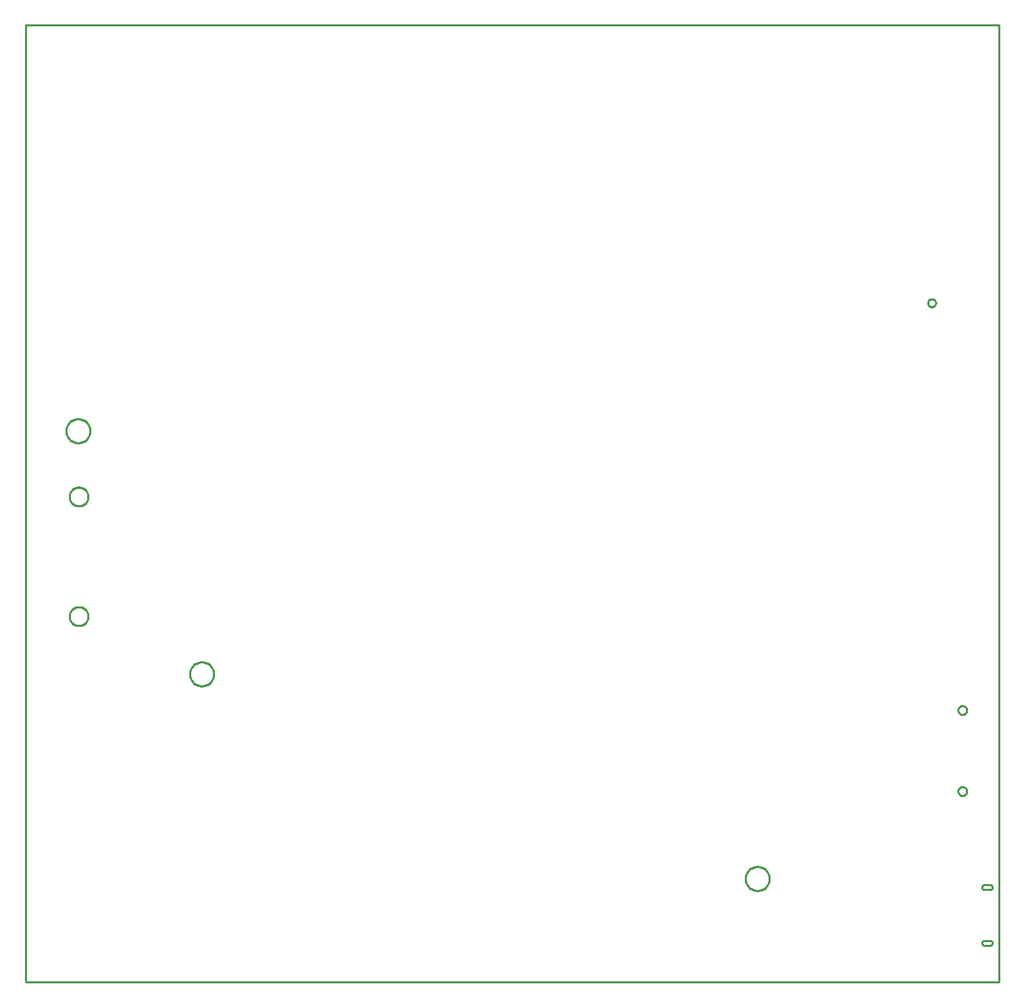
<source format=gbr>
G04 EAGLE Gerber RS-274X export*
G75*
%MOIN*%
%FSLAX34Y34*%
%LPD*%
%IN*%
%IPPOS*%
%AMOC8*
5,1,8,0,0,1.08239X$1,22.5*%
G01*
%ADD10C,0.000000*%
%ADD11C,0.010000*%


D10*
X0Y0D02*
X48000Y0D01*
X48000Y47244D01*
X0Y47244D01*
X0Y0D01*
X45996Y13414D02*
X45998Y13443D01*
X46004Y13471D01*
X46013Y13499D01*
X46026Y13525D01*
X46043Y13548D01*
X46062Y13570D01*
X46084Y13589D01*
X46109Y13604D01*
X46135Y13617D01*
X46163Y13625D01*
X46191Y13630D01*
X46220Y13631D01*
X46249Y13628D01*
X46277Y13621D01*
X46304Y13611D01*
X46330Y13597D01*
X46353Y13580D01*
X46374Y13560D01*
X46392Y13537D01*
X46407Y13512D01*
X46418Y13485D01*
X46426Y13457D01*
X46430Y13428D01*
X46430Y13400D01*
X46426Y13371D01*
X46418Y13343D01*
X46407Y13316D01*
X46392Y13291D01*
X46374Y13268D01*
X46353Y13248D01*
X46330Y13231D01*
X46304Y13217D01*
X46277Y13207D01*
X46249Y13200D01*
X46220Y13197D01*
X46191Y13198D01*
X46163Y13203D01*
X46135Y13211D01*
X46109Y13224D01*
X46084Y13239D01*
X46062Y13258D01*
X46043Y13280D01*
X46026Y13303D01*
X46013Y13329D01*
X46004Y13357D01*
X45998Y13385D01*
X45996Y13414D01*
X45996Y9414D02*
X45998Y9443D01*
X46004Y9471D01*
X46013Y9499D01*
X46026Y9525D01*
X46043Y9548D01*
X46062Y9570D01*
X46084Y9589D01*
X46109Y9604D01*
X46135Y9617D01*
X46163Y9625D01*
X46191Y9630D01*
X46220Y9631D01*
X46249Y9628D01*
X46277Y9621D01*
X46304Y9611D01*
X46330Y9597D01*
X46353Y9580D01*
X46374Y9560D01*
X46392Y9537D01*
X46407Y9512D01*
X46418Y9485D01*
X46426Y9457D01*
X46430Y9428D01*
X46430Y9400D01*
X46426Y9371D01*
X46418Y9343D01*
X46407Y9316D01*
X46392Y9291D01*
X46374Y9268D01*
X46353Y9248D01*
X46330Y9231D01*
X46304Y9217D01*
X46277Y9207D01*
X46249Y9200D01*
X46220Y9197D01*
X46191Y9198D01*
X46163Y9203D01*
X46135Y9211D01*
X46109Y9224D01*
X46084Y9239D01*
X46062Y9258D01*
X46043Y9280D01*
X46026Y9303D01*
X46013Y9329D01*
X46004Y9357D01*
X45998Y9385D01*
X45996Y9414D01*
X44498Y33515D02*
X44500Y33543D01*
X44506Y33570D01*
X44515Y33597D01*
X44529Y33622D01*
X44545Y33644D01*
X44565Y33664D01*
X44587Y33682D01*
X44611Y33696D01*
X44637Y33706D01*
X44664Y33713D01*
X44692Y33716D01*
X44720Y33715D01*
X44748Y33710D01*
X44774Y33701D01*
X44799Y33689D01*
X44823Y33673D01*
X44844Y33655D01*
X44862Y33633D01*
X44876Y33609D01*
X44888Y33584D01*
X44896Y33557D01*
X44900Y33529D01*
X44900Y33501D01*
X44896Y33473D01*
X44888Y33446D01*
X44876Y33421D01*
X44862Y33397D01*
X44844Y33375D01*
X44823Y33357D01*
X44800Y33341D01*
X44774Y33329D01*
X44748Y33320D01*
X44720Y33315D01*
X44692Y33314D01*
X44664Y33317D01*
X44637Y33324D01*
X44611Y33334D01*
X44587Y33348D01*
X44565Y33366D01*
X44545Y33386D01*
X44529Y33408D01*
X44515Y33433D01*
X44506Y33460D01*
X44500Y33487D01*
X44498Y33515D01*
X2168Y23953D02*
X2170Y23996D01*
X2176Y24038D01*
X2186Y24080D01*
X2199Y24121D01*
X2217Y24160D01*
X2238Y24198D01*
X2262Y24233D01*
X2289Y24266D01*
X2320Y24297D01*
X2353Y24324D01*
X2388Y24348D01*
X2426Y24369D01*
X2465Y24387D01*
X2506Y24400D01*
X2548Y24410D01*
X2590Y24416D01*
X2633Y24418D01*
X2676Y24416D01*
X2718Y24410D01*
X2760Y24400D01*
X2801Y24387D01*
X2840Y24369D01*
X2878Y24348D01*
X2913Y24324D01*
X2946Y24297D01*
X2977Y24266D01*
X3004Y24233D01*
X3028Y24198D01*
X3049Y24160D01*
X3067Y24121D01*
X3080Y24080D01*
X3090Y24038D01*
X3096Y23996D01*
X3098Y23953D01*
X3096Y23910D01*
X3090Y23868D01*
X3080Y23826D01*
X3067Y23785D01*
X3049Y23746D01*
X3028Y23708D01*
X3004Y23673D01*
X2977Y23640D01*
X2946Y23609D01*
X2913Y23582D01*
X2878Y23558D01*
X2840Y23537D01*
X2801Y23519D01*
X2760Y23506D01*
X2718Y23496D01*
X2676Y23490D01*
X2633Y23488D01*
X2590Y23490D01*
X2548Y23496D01*
X2506Y23506D01*
X2465Y23519D01*
X2426Y23537D01*
X2388Y23558D01*
X2353Y23582D01*
X2320Y23609D01*
X2289Y23640D01*
X2262Y23673D01*
X2238Y23708D01*
X2217Y23746D01*
X2199Y23785D01*
X2186Y23826D01*
X2176Y23868D01*
X2170Y23910D01*
X2168Y23953D01*
X2168Y18047D02*
X2170Y18090D01*
X2176Y18132D01*
X2186Y18174D01*
X2199Y18215D01*
X2217Y18254D01*
X2238Y18292D01*
X2262Y18327D01*
X2289Y18360D01*
X2320Y18391D01*
X2353Y18418D01*
X2388Y18442D01*
X2426Y18463D01*
X2465Y18481D01*
X2506Y18494D01*
X2548Y18504D01*
X2590Y18510D01*
X2633Y18512D01*
X2676Y18510D01*
X2718Y18504D01*
X2760Y18494D01*
X2801Y18481D01*
X2840Y18463D01*
X2878Y18442D01*
X2913Y18418D01*
X2946Y18391D01*
X2977Y18360D01*
X3004Y18327D01*
X3028Y18292D01*
X3049Y18254D01*
X3067Y18215D01*
X3080Y18174D01*
X3090Y18132D01*
X3096Y18090D01*
X3098Y18047D01*
X3096Y18004D01*
X3090Y17962D01*
X3080Y17920D01*
X3067Y17879D01*
X3049Y17840D01*
X3028Y17802D01*
X3004Y17767D01*
X2977Y17734D01*
X2946Y17703D01*
X2913Y17676D01*
X2878Y17652D01*
X2840Y17631D01*
X2801Y17613D01*
X2760Y17600D01*
X2718Y17590D01*
X2676Y17584D01*
X2633Y17582D01*
X2590Y17584D01*
X2548Y17590D01*
X2506Y17600D01*
X2465Y17613D01*
X2426Y17631D01*
X2388Y17652D01*
X2353Y17676D01*
X2320Y17703D01*
X2289Y17734D01*
X2262Y17767D01*
X2238Y17802D01*
X2217Y17840D01*
X2199Y17879D01*
X2186Y17920D01*
X2176Y17962D01*
X2170Y18004D01*
X2168Y18047D01*
X35509Y5100D02*
X35511Y5148D01*
X35517Y5196D01*
X35527Y5243D01*
X35540Y5289D01*
X35558Y5334D01*
X35578Y5378D01*
X35603Y5420D01*
X35631Y5459D01*
X35661Y5496D01*
X35695Y5530D01*
X35732Y5562D01*
X35770Y5591D01*
X35811Y5616D01*
X35854Y5638D01*
X35899Y5656D01*
X35945Y5670D01*
X35992Y5681D01*
X36040Y5688D01*
X36088Y5691D01*
X36136Y5690D01*
X36184Y5685D01*
X36232Y5676D01*
X36278Y5664D01*
X36323Y5647D01*
X36367Y5627D01*
X36409Y5604D01*
X36449Y5577D01*
X36487Y5547D01*
X36522Y5514D01*
X36554Y5478D01*
X36584Y5440D01*
X36610Y5399D01*
X36632Y5356D01*
X36652Y5312D01*
X36667Y5267D01*
X36679Y5220D01*
X36687Y5172D01*
X36691Y5124D01*
X36691Y5076D01*
X36687Y5028D01*
X36679Y4980D01*
X36667Y4933D01*
X36652Y4888D01*
X36632Y4844D01*
X36610Y4801D01*
X36584Y4760D01*
X36554Y4722D01*
X36522Y4686D01*
X36487Y4653D01*
X36449Y4623D01*
X36409Y4596D01*
X36367Y4573D01*
X36323Y4553D01*
X36278Y4536D01*
X36232Y4524D01*
X36184Y4515D01*
X36136Y4510D01*
X36088Y4509D01*
X36040Y4512D01*
X35992Y4519D01*
X35945Y4530D01*
X35899Y4544D01*
X35854Y4562D01*
X35811Y4584D01*
X35770Y4609D01*
X35732Y4638D01*
X35695Y4670D01*
X35661Y4704D01*
X35631Y4741D01*
X35603Y4780D01*
X35578Y4822D01*
X35558Y4866D01*
X35540Y4911D01*
X35527Y4957D01*
X35517Y5004D01*
X35511Y5052D01*
X35509Y5100D01*
X2009Y27200D02*
X2011Y27248D01*
X2017Y27296D01*
X2027Y27343D01*
X2040Y27389D01*
X2058Y27434D01*
X2078Y27478D01*
X2103Y27520D01*
X2131Y27559D01*
X2161Y27596D01*
X2195Y27630D01*
X2232Y27662D01*
X2270Y27691D01*
X2311Y27716D01*
X2354Y27738D01*
X2399Y27756D01*
X2445Y27770D01*
X2492Y27781D01*
X2540Y27788D01*
X2588Y27791D01*
X2636Y27790D01*
X2684Y27785D01*
X2732Y27776D01*
X2778Y27764D01*
X2823Y27747D01*
X2867Y27727D01*
X2909Y27704D01*
X2949Y27677D01*
X2987Y27647D01*
X3022Y27614D01*
X3054Y27578D01*
X3084Y27540D01*
X3110Y27499D01*
X3132Y27456D01*
X3152Y27412D01*
X3167Y27367D01*
X3179Y27320D01*
X3187Y27272D01*
X3191Y27224D01*
X3191Y27176D01*
X3187Y27128D01*
X3179Y27080D01*
X3167Y27033D01*
X3152Y26988D01*
X3132Y26944D01*
X3110Y26901D01*
X3084Y26860D01*
X3054Y26822D01*
X3022Y26786D01*
X2987Y26753D01*
X2949Y26723D01*
X2909Y26696D01*
X2867Y26673D01*
X2823Y26653D01*
X2778Y26636D01*
X2732Y26624D01*
X2684Y26615D01*
X2636Y26610D01*
X2588Y26609D01*
X2540Y26612D01*
X2492Y26619D01*
X2445Y26630D01*
X2399Y26644D01*
X2354Y26662D01*
X2311Y26684D01*
X2270Y26709D01*
X2232Y26738D01*
X2195Y26770D01*
X2161Y26804D01*
X2131Y26841D01*
X2103Y26880D01*
X2078Y26922D01*
X2058Y26966D01*
X2040Y27011D01*
X2027Y27057D01*
X2017Y27104D01*
X2011Y27152D01*
X2009Y27200D01*
X8109Y15200D02*
X8111Y15248D01*
X8117Y15296D01*
X8127Y15343D01*
X8140Y15389D01*
X8158Y15434D01*
X8178Y15478D01*
X8203Y15520D01*
X8231Y15559D01*
X8261Y15596D01*
X8295Y15630D01*
X8332Y15662D01*
X8370Y15691D01*
X8411Y15716D01*
X8454Y15738D01*
X8499Y15756D01*
X8545Y15770D01*
X8592Y15781D01*
X8640Y15788D01*
X8688Y15791D01*
X8736Y15790D01*
X8784Y15785D01*
X8832Y15776D01*
X8878Y15764D01*
X8923Y15747D01*
X8967Y15727D01*
X9009Y15704D01*
X9049Y15677D01*
X9087Y15647D01*
X9122Y15614D01*
X9154Y15578D01*
X9184Y15540D01*
X9210Y15499D01*
X9232Y15456D01*
X9252Y15412D01*
X9267Y15367D01*
X9279Y15320D01*
X9287Y15272D01*
X9291Y15224D01*
X9291Y15176D01*
X9287Y15128D01*
X9279Y15080D01*
X9267Y15033D01*
X9252Y14988D01*
X9232Y14944D01*
X9210Y14901D01*
X9184Y14860D01*
X9154Y14822D01*
X9122Y14786D01*
X9087Y14753D01*
X9049Y14723D01*
X9009Y14696D01*
X8967Y14673D01*
X8923Y14653D01*
X8878Y14636D01*
X8832Y14624D01*
X8784Y14615D01*
X8736Y14610D01*
X8688Y14609D01*
X8640Y14612D01*
X8592Y14619D01*
X8545Y14630D01*
X8499Y14644D01*
X8454Y14662D01*
X8411Y14684D01*
X8370Y14709D01*
X8332Y14738D01*
X8295Y14770D01*
X8261Y14804D01*
X8231Y14841D01*
X8203Y14880D01*
X8178Y14922D01*
X8158Y14966D01*
X8140Y15011D01*
X8127Y15057D01*
X8117Y15104D01*
X8111Y15152D01*
X8109Y15200D01*
D11*
X0Y0D02*
X48000Y0D01*
X48000Y47244D01*
X0Y47244D01*
X0Y0D01*
X47173Y4678D02*
X47174Y4668D01*
X47175Y4657D01*
X47177Y4647D01*
X47180Y4638D01*
X47184Y4628D01*
X47189Y4619D01*
X47195Y4610D01*
X47201Y4602D01*
X47208Y4594D01*
X47215Y4587D01*
X47224Y4581D01*
X47232Y4576D01*
X47241Y4571D01*
X47251Y4567D01*
X47261Y4564D01*
X47271Y4562D01*
X47281Y4560D01*
X47291Y4560D01*
X47567Y4560D01*
X47577Y4560D01*
X47587Y4562D01*
X47597Y4564D01*
X47607Y4567D01*
X47617Y4571D01*
X47626Y4576D01*
X47635Y4581D01*
X47643Y4587D01*
X47650Y4594D01*
X47657Y4602D01*
X47664Y4610D01*
X47669Y4619D01*
X47674Y4628D01*
X47678Y4638D01*
X47681Y4647D01*
X47683Y4657D01*
X47685Y4668D01*
X47685Y4678D01*
X47685Y4688D01*
X47683Y4698D01*
X47681Y4709D01*
X47678Y4718D01*
X47674Y4728D01*
X47669Y4737D01*
X47664Y4746D01*
X47657Y4754D01*
X47650Y4761D01*
X47643Y4768D01*
X47635Y4775D01*
X47626Y4780D01*
X47617Y4785D01*
X47607Y4789D01*
X47597Y4792D01*
X47587Y4794D01*
X47577Y4796D01*
X47567Y4796D01*
X47291Y4796D01*
X47281Y4796D01*
X47271Y4794D01*
X47261Y4792D01*
X47251Y4789D01*
X47241Y4785D01*
X47232Y4780D01*
X47224Y4775D01*
X47215Y4768D01*
X47208Y4761D01*
X47201Y4754D01*
X47195Y4746D01*
X47189Y4737D01*
X47184Y4728D01*
X47180Y4718D01*
X47177Y4709D01*
X47175Y4698D01*
X47174Y4688D01*
X47173Y4678D01*
X47173Y1922D02*
X47174Y1912D01*
X47175Y1902D01*
X47177Y1891D01*
X47180Y1882D01*
X47184Y1872D01*
X47189Y1863D01*
X47195Y1854D01*
X47201Y1846D01*
X47208Y1839D01*
X47215Y1832D01*
X47224Y1825D01*
X47232Y1820D01*
X47241Y1815D01*
X47251Y1811D01*
X47261Y1808D01*
X47271Y1806D01*
X47281Y1804D01*
X47291Y1804D01*
X47567Y1804D01*
X47577Y1804D01*
X47587Y1806D01*
X47597Y1808D01*
X47607Y1811D01*
X47617Y1815D01*
X47626Y1820D01*
X47635Y1825D01*
X47643Y1832D01*
X47650Y1839D01*
X47657Y1846D01*
X47664Y1854D01*
X47669Y1863D01*
X47674Y1872D01*
X47678Y1882D01*
X47681Y1891D01*
X47683Y1902D01*
X47685Y1912D01*
X47685Y1922D01*
X47685Y1932D01*
X47683Y1943D01*
X47681Y1953D01*
X47678Y1962D01*
X47674Y1972D01*
X47669Y1981D01*
X47664Y1990D01*
X47657Y1998D01*
X47650Y2006D01*
X47643Y2013D01*
X47635Y2019D01*
X47626Y2024D01*
X47617Y2029D01*
X47607Y2033D01*
X47597Y2036D01*
X47587Y2038D01*
X47577Y2040D01*
X47567Y2040D01*
X47291Y2040D01*
X47281Y2040D01*
X47271Y2038D01*
X47261Y2036D01*
X47251Y2033D01*
X47241Y2029D01*
X47232Y2024D01*
X47224Y2019D01*
X47215Y2013D01*
X47208Y2006D01*
X47201Y1998D01*
X47195Y1990D01*
X47189Y1981D01*
X47184Y1972D01*
X47180Y1962D01*
X47177Y1953D01*
X47175Y1943D01*
X47174Y1932D01*
X47173Y1922D01*
X46225Y13631D02*
X46249Y13628D01*
X46273Y13623D01*
X46296Y13615D01*
X46318Y13604D01*
X46338Y13591D01*
X46357Y13576D01*
X46374Y13559D01*
X46389Y13540D01*
X46402Y13519D01*
X46413Y13497D01*
X46421Y13474D01*
X46426Y13451D01*
X46429Y13426D01*
X46429Y13402D01*
X46426Y13378D01*
X46421Y13354D01*
X46413Y13331D01*
X46402Y13309D01*
X46389Y13289D01*
X46374Y13270D01*
X46357Y13252D01*
X46338Y13237D01*
X46318Y13224D01*
X46296Y13214D01*
X46273Y13206D01*
X46249Y13200D01*
X46225Y13198D01*
X46200Y13198D01*
X46176Y13200D01*
X46153Y13206D01*
X46130Y13214D01*
X46108Y13224D01*
X46087Y13237D01*
X46068Y13252D01*
X46051Y13270D01*
X46036Y13289D01*
X46023Y13309D01*
X46012Y13331D01*
X46004Y13354D01*
X45999Y13378D01*
X45996Y13402D01*
X45996Y13426D01*
X45999Y13451D01*
X46004Y13474D01*
X46012Y13497D01*
X46023Y13519D01*
X46036Y13540D01*
X46051Y13559D01*
X46068Y13576D01*
X46087Y13591D01*
X46108Y13604D01*
X46130Y13615D01*
X46153Y13623D01*
X46176Y13628D01*
X46200Y13631D01*
X46225Y13631D01*
X46225Y9631D02*
X46249Y9628D01*
X46273Y9623D01*
X46296Y9615D01*
X46318Y9604D01*
X46338Y9591D01*
X46357Y9576D01*
X46374Y9559D01*
X46389Y9540D01*
X46402Y9519D01*
X46413Y9497D01*
X46421Y9474D01*
X46426Y9451D01*
X46429Y9426D01*
X46429Y9402D01*
X46426Y9378D01*
X46421Y9354D01*
X46413Y9331D01*
X46402Y9309D01*
X46389Y9289D01*
X46374Y9270D01*
X46357Y9252D01*
X46338Y9237D01*
X46318Y9224D01*
X46296Y9214D01*
X46273Y9206D01*
X46249Y9200D01*
X46225Y9198D01*
X46200Y9198D01*
X46176Y9200D01*
X46153Y9206D01*
X46130Y9214D01*
X46108Y9224D01*
X46087Y9237D01*
X46068Y9252D01*
X46051Y9270D01*
X46036Y9289D01*
X46023Y9309D01*
X46012Y9331D01*
X46004Y9354D01*
X45999Y9378D01*
X45996Y9402D01*
X45996Y9426D01*
X45999Y9451D01*
X46004Y9474D01*
X46012Y9497D01*
X46023Y9519D01*
X46036Y9540D01*
X46051Y9559D01*
X46068Y9576D01*
X46087Y9591D01*
X46108Y9604D01*
X46130Y9615D01*
X46153Y9623D01*
X46176Y9628D01*
X46200Y9631D01*
X46225Y9631D01*
X44710Y33716D02*
X44733Y33713D01*
X44755Y33708D01*
X44776Y33701D01*
X44796Y33691D01*
X44816Y33679D01*
X44833Y33665D01*
X44849Y33649D01*
X44863Y33631D01*
X44875Y33612D01*
X44885Y33592D01*
X44892Y33571D01*
X44897Y33549D01*
X44900Y33526D01*
X44900Y33504D01*
X44897Y33481D01*
X44892Y33459D01*
X44885Y33438D01*
X44875Y33418D01*
X44863Y33399D01*
X44849Y33381D01*
X44833Y33365D01*
X44816Y33351D01*
X44796Y33339D01*
X44776Y33329D01*
X44755Y33322D01*
X44733Y33317D01*
X44710Y33314D01*
X44688Y33314D01*
X44666Y33317D01*
X44644Y33322D01*
X44622Y33329D01*
X44602Y33339D01*
X44583Y33351D01*
X44565Y33365D01*
X44549Y33381D01*
X44535Y33399D01*
X44523Y33418D01*
X44513Y33438D01*
X44506Y33459D01*
X44501Y33481D01*
X44498Y33504D01*
X44498Y33526D01*
X44501Y33549D01*
X44506Y33571D01*
X44513Y33592D01*
X44523Y33612D01*
X44535Y33631D01*
X44549Y33649D01*
X44565Y33665D01*
X44583Y33679D01*
X44602Y33691D01*
X44622Y33701D01*
X44644Y33708D01*
X44666Y33713D01*
X44688Y33716D01*
X44710Y33716D01*
X2614Y23488D02*
X2578Y23491D01*
X2542Y23497D01*
X2506Y23505D01*
X2472Y23517D01*
X2438Y23531D01*
X2406Y23547D01*
X2374Y23566D01*
X2345Y23588D01*
X2317Y23611D01*
X2291Y23637D01*
X2268Y23665D01*
X2246Y23694D01*
X2227Y23726D01*
X2210Y23758D01*
X2196Y23792D01*
X2185Y23827D01*
X2177Y23862D01*
X2171Y23898D01*
X2168Y23935D01*
X2168Y23971D01*
X2171Y24007D01*
X2177Y24043D01*
X2185Y24079D01*
X2196Y24114D01*
X2210Y24147D01*
X2227Y24180D01*
X2246Y24211D01*
X2268Y24241D01*
X2291Y24268D01*
X2317Y24294D01*
X2345Y24318D01*
X2374Y24339D01*
X2406Y24358D01*
X2438Y24375D01*
X2472Y24389D01*
X2506Y24400D01*
X2542Y24409D01*
X2578Y24414D01*
X2614Y24417D01*
X2651Y24417D01*
X2687Y24414D01*
X2723Y24409D01*
X2759Y24400D01*
X2794Y24389D01*
X2827Y24375D01*
X2860Y24358D01*
X2891Y24339D01*
X2921Y24318D01*
X2948Y24294D01*
X2974Y24268D01*
X2998Y24241D01*
X3019Y24211D01*
X3038Y24180D01*
X3055Y24147D01*
X3069Y24114D01*
X3080Y24079D01*
X3089Y24043D01*
X3094Y24007D01*
X3097Y23971D01*
X3097Y23935D01*
X3094Y23898D01*
X3089Y23862D01*
X3080Y23827D01*
X3069Y23792D01*
X3055Y23758D01*
X3038Y23726D01*
X3019Y23694D01*
X2998Y23665D01*
X2974Y23637D01*
X2948Y23611D01*
X2921Y23588D01*
X2891Y23566D01*
X2860Y23547D01*
X2827Y23531D01*
X2794Y23517D01*
X2759Y23505D01*
X2723Y23497D01*
X2687Y23491D01*
X2651Y23488D01*
X2614Y23488D01*
X2614Y17583D02*
X2578Y17586D01*
X2542Y17591D01*
X2506Y17600D01*
X2472Y17611D01*
X2438Y17625D01*
X2406Y17642D01*
X2374Y17661D01*
X2345Y17682D01*
X2317Y17706D01*
X2291Y17732D01*
X2268Y17759D01*
X2246Y17789D01*
X2227Y17820D01*
X2210Y17853D01*
X2196Y17886D01*
X2185Y17921D01*
X2177Y17957D01*
X2171Y17993D01*
X2168Y18029D01*
X2168Y18065D01*
X2171Y18102D01*
X2177Y18138D01*
X2185Y18173D01*
X2196Y18208D01*
X2210Y18242D01*
X2227Y18274D01*
X2246Y18306D01*
X2268Y18335D01*
X2291Y18363D01*
X2317Y18389D01*
X2345Y18412D01*
X2374Y18434D01*
X2406Y18453D01*
X2438Y18469D01*
X2472Y18483D01*
X2506Y18495D01*
X2542Y18503D01*
X2578Y18509D01*
X2614Y18512D01*
X2651Y18512D01*
X2687Y18509D01*
X2723Y18503D01*
X2759Y18495D01*
X2794Y18483D01*
X2827Y18469D01*
X2860Y18453D01*
X2891Y18434D01*
X2921Y18412D01*
X2948Y18389D01*
X2974Y18363D01*
X2998Y18335D01*
X3019Y18306D01*
X3038Y18274D01*
X3055Y18242D01*
X3069Y18208D01*
X3080Y18173D01*
X3089Y18138D01*
X3094Y18102D01*
X3097Y18065D01*
X3097Y18029D01*
X3094Y17993D01*
X3089Y17957D01*
X3080Y17921D01*
X3069Y17886D01*
X3055Y17853D01*
X3038Y17820D01*
X3019Y17789D01*
X2998Y17759D01*
X2974Y17732D01*
X2948Y17706D01*
X2921Y17682D01*
X2891Y17661D01*
X2860Y17642D01*
X2827Y17625D01*
X2794Y17611D01*
X2759Y17600D01*
X2723Y17591D01*
X2687Y17586D01*
X2651Y17583D01*
X2614Y17583D01*
X36691Y5079D02*
X36688Y5037D01*
X36682Y4995D01*
X36673Y4954D01*
X36661Y4913D01*
X36646Y4874D01*
X36628Y4835D01*
X36608Y4798D01*
X36585Y4763D01*
X36560Y4729D01*
X36532Y4697D01*
X36503Y4668D01*
X36471Y4640D01*
X36437Y4615D01*
X36402Y4592D01*
X36365Y4572D01*
X36326Y4554D01*
X36287Y4539D01*
X36246Y4527D01*
X36205Y4518D01*
X36163Y4512D01*
X36121Y4509D01*
X36079Y4509D01*
X36037Y4512D01*
X35995Y4518D01*
X35954Y4527D01*
X35913Y4539D01*
X35874Y4554D01*
X35835Y4572D01*
X35798Y4592D01*
X35763Y4615D01*
X35729Y4640D01*
X35697Y4668D01*
X35668Y4697D01*
X35640Y4729D01*
X35615Y4763D01*
X35592Y4798D01*
X35572Y4835D01*
X35554Y4874D01*
X35539Y4913D01*
X35527Y4954D01*
X35518Y4995D01*
X35512Y5037D01*
X35509Y5079D01*
X35509Y5121D01*
X35512Y5163D01*
X35518Y5205D01*
X35527Y5246D01*
X35539Y5287D01*
X35554Y5326D01*
X35572Y5365D01*
X35592Y5402D01*
X35615Y5437D01*
X35640Y5471D01*
X35668Y5503D01*
X35697Y5532D01*
X35729Y5560D01*
X35763Y5585D01*
X35798Y5608D01*
X35835Y5628D01*
X35874Y5646D01*
X35913Y5661D01*
X35954Y5673D01*
X35995Y5682D01*
X36037Y5688D01*
X36079Y5691D01*
X36121Y5691D01*
X36163Y5688D01*
X36205Y5682D01*
X36246Y5673D01*
X36287Y5661D01*
X36326Y5646D01*
X36365Y5628D01*
X36402Y5608D01*
X36437Y5585D01*
X36471Y5560D01*
X36503Y5532D01*
X36532Y5503D01*
X36560Y5471D01*
X36585Y5437D01*
X36608Y5402D01*
X36628Y5365D01*
X36646Y5326D01*
X36661Y5287D01*
X36673Y5246D01*
X36682Y5205D01*
X36688Y5163D01*
X36691Y5121D01*
X36691Y5079D01*
X3191Y27179D02*
X3188Y27137D01*
X3182Y27095D01*
X3173Y27054D01*
X3161Y27013D01*
X3146Y26974D01*
X3128Y26935D01*
X3108Y26898D01*
X3085Y26863D01*
X3060Y26829D01*
X3032Y26797D01*
X3003Y26768D01*
X2971Y26740D01*
X2937Y26715D01*
X2902Y26692D01*
X2865Y26672D01*
X2826Y26654D01*
X2787Y26639D01*
X2746Y26627D01*
X2705Y26618D01*
X2663Y26612D01*
X2621Y26609D01*
X2579Y26609D01*
X2537Y26612D01*
X2495Y26618D01*
X2454Y26627D01*
X2413Y26639D01*
X2374Y26654D01*
X2335Y26672D01*
X2298Y26692D01*
X2263Y26715D01*
X2229Y26740D01*
X2197Y26768D01*
X2168Y26797D01*
X2140Y26829D01*
X2115Y26863D01*
X2092Y26898D01*
X2072Y26935D01*
X2054Y26974D01*
X2039Y27013D01*
X2027Y27054D01*
X2018Y27095D01*
X2012Y27137D01*
X2009Y27179D01*
X2009Y27221D01*
X2012Y27263D01*
X2018Y27305D01*
X2027Y27346D01*
X2039Y27387D01*
X2054Y27426D01*
X2072Y27465D01*
X2092Y27502D01*
X2115Y27537D01*
X2140Y27571D01*
X2168Y27603D01*
X2197Y27632D01*
X2229Y27660D01*
X2263Y27685D01*
X2298Y27708D01*
X2335Y27728D01*
X2374Y27746D01*
X2413Y27761D01*
X2454Y27773D01*
X2495Y27782D01*
X2537Y27788D01*
X2579Y27791D01*
X2621Y27791D01*
X2663Y27788D01*
X2705Y27782D01*
X2746Y27773D01*
X2787Y27761D01*
X2826Y27746D01*
X2865Y27728D01*
X2902Y27708D01*
X2937Y27685D01*
X2971Y27660D01*
X3003Y27632D01*
X3032Y27603D01*
X3060Y27571D01*
X3085Y27537D01*
X3108Y27502D01*
X3128Y27465D01*
X3146Y27426D01*
X3161Y27387D01*
X3173Y27346D01*
X3182Y27305D01*
X3188Y27263D01*
X3191Y27221D01*
X3191Y27179D01*
X9291Y15179D02*
X9288Y15137D01*
X9282Y15095D01*
X9273Y15054D01*
X9261Y15013D01*
X9246Y14974D01*
X9228Y14935D01*
X9208Y14898D01*
X9185Y14863D01*
X9160Y14829D01*
X9132Y14797D01*
X9103Y14768D01*
X9071Y14740D01*
X9037Y14715D01*
X9002Y14692D01*
X8965Y14672D01*
X8926Y14654D01*
X8887Y14639D01*
X8846Y14627D01*
X8805Y14618D01*
X8763Y14612D01*
X8721Y14609D01*
X8679Y14609D01*
X8637Y14612D01*
X8595Y14618D01*
X8554Y14627D01*
X8513Y14639D01*
X8474Y14654D01*
X8435Y14672D01*
X8398Y14692D01*
X8363Y14715D01*
X8329Y14740D01*
X8297Y14768D01*
X8268Y14797D01*
X8240Y14829D01*
X8215Y14863D01*
X8192Y14898D01*
X8172Y14935D01*
X8154Y14974D01*
X8139Y15013D01*
X8127Y15054D01*
X8118Y15095D01*
X8112Y15137D01*
X8109Y15179D01*
X8109Y15221D01*
X8112Y15263D01*
X8118Y15305D01*
X8127Y15346D01*
X8139Y15387D01*
X8154Y15426D01*
X8172Y15465D01*
X8192Y15502D01*
X8215Y15537D01*
X8240Y15571D01*
X8268Y15603D01*
X8297Y15632D01*
X8329Y15660D01*
X8363Y15685D01*
X8398Y15708D01*
X8435Y15728D01*
X8474Y15746D01*
X8513Y15761D01*
X8554Y15773D01*
X8595Y15782D01*
X8637Y15788D01*
X8679Y15791D01*
X8721Y15791D01*
X8763Y15788D01*
X8805Y15782D01*
X8846Y15773D01*
X8887Y15761D01*
X8926Y15746D01*
X8965Y15728D01*
X9002Y15708D01*
X9037Y15685D01*
X9071Y15660D01*
X9103Y15632D01*
X9132Y15603D01*
X9160Y15571D01*
X9185Y15537D01*
X9208Y15502D01*
X9228Y15465D01*
X9246Y15426D01*
X9261Y15387D01*
X9273Y15346D01*
X9282Y15305D01*
X9288Y15263D01*
X9291Y15221D01*
X9291Y15179D01*
M02*

</source>
